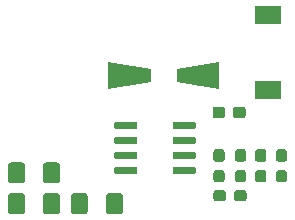
<source format=gtp>
%TF.GenerationSoftware,KiCad,Pcbnew,(5.1.0-1220-ga833aeeac)*%
%TF.CreationDate,2019-07-10T21:21:40+03:00*%
%TF.ProjectId,proto_II_buck_kicad,70726f74-6f5f-4494-995f-6275636b5f6b,rev?*%
%TF.SameCoordinates,Original*%
%TF.FileFunction,Paste,Top*%
%TF.FilePolarity,Positive*%
%FSLAX46Y46*%
G04 Gerber Fmt 4.6, Leading zero omitted, Abs format (unit mm)*
G04 Created by KiCad (PCBNEW (5.1.0-1220-ga833aeeac)) date 2019-07-10 21:21:40*
%MOMM*%
%LPD*%
G04 APERTURE LIST*
%ADD10C,0.160000*%
%ADD11C,0.600000*%
%ADD12C,0.950000*%
%ADD13C,1.425000*%
%ADD14R,2.200000X1.600000*%
%ADD15C,1.676868*%
G04 APERTURE END LIST*
D10*
G36*
X171357403Y-120806418D02*
G01*
X171406066Y-120838934D01*
X171438582Y-120887597D01*
X171450000Y-120945000D01*
X171450000Y-121245000D01*
X171438582Y-121302403D01*
X171406066Y-121351066D01*
X171357403Y-121383582D01*
X171300000Y-121395000D01*
X169650000Y-121395000D01*
X169592597Y-121383582D01*
X169543934Y-121351066D01*
X169511418Y-121302403D01*
X169500000Y-121245000D01*
X169500000Y-120945000D01*
X169511418Y-120887597D01*
X169543934Y-120838934D01*
X169592597Y-120806418D01*
X169650000Y-120795000D01*
X171300000Y-120795000D01*
X171357403Y-120806418D01*
X171357403Y-120806418D01*
G37*
D11*
X170475000Y-121095000D03*
D10*
G36*
X171357403Y-122076418D02*
G01*
X171406066Y-122108934D01*
X171438582Y-122157597D01*
X171450000Y-122215000D01*
X171450000Y-122515000D01*
X171438582Y-122572403D01*
X171406066Y-122621066D01*
X171357403Y-122653582D01*
X171300000Y-122665000D01*
X169650000Y-122665000D01*
X169592597Y-122653582D01*
X169543934Y-122621066D01*
X169511418Y-122572403D01*
X169500000Y-122515000D01*
X169500000Y-122215000D01*
X169511418Y-122157597D01*
X169543934Y-122108934D01*
X169592597Y-122076418D01*
X169650000Y-122065000D01*
X171300000Y-122065000D01*
X171357403Y-122076418D01*
X171357403Y-122076418D01*
G37*
D11*
X170475000Y-122365000D03*
D10*
G36*
X171357403Y-123346418D02*
G01*
X171406066Y-123378934D01*
X171438582Y-123427597D01*
X171450000Y-123485000D01*
X171450000Y-123785000D01*
X171438582Y-123842403D01*
X171406066Y-123891066D01*
X171357403Y-123923582D01*
X171300000Y-123935000D01*
X169650000Y-123935000D01*
X169592597Y-123923582D01*
X169543934Y-123891066D01*
X169511418Y-123842403D01*
X169500000Y-123785000D01*
X169500000Y-123485000D01*
X169511418Y-123427597D01*
X169543934Y-123378934D01*
X169592597Y-123346418D01*
X169650000Y-123335000D01*
X171300000Y-123335000D01*
X171357403Y-123346418D01*
X171357403Y-123346418D01*
G37*
D11*
X170475000Y-123635000D03*
D10*
G36*
X171357403Y-124616418D02*
G01*
X171406066Y-124648934D01*
X171438582Y-124697597D01*
X171450000Y-124755000D01*
X171450000Y-125055000D01*
X171438582Y-125112403D01*
X171406066Y-125161066D01*
X171357403Y-125193582D01*
X171300000Y-125205000D01*
X169650000Y-125205000D01*
X169592597Y-125193582D01*
X169543934Y-125161066D01*
X169511418Y-125112403D01*
X169500000Y-125055000D01*
X169500000Y-124755000D01*
X169511418Y-124697597D01*
X169543934Y-124648934D01*
X169592597Y-124616418D01*
X169650000Y-124605000D01*
X171300000Y-124605000D01*
X171357403Y-124616418D01*
X171357403Y-124616418D01*
G37*
D11*
X170475000Y-124905000D03*
D10*
G36*
X166407403Y-124616418D02*
G01*
X166456066Y-124648934D01*
X166488582Y-124697597D01*
X166500000Y-124755000D01*
X166500000Y-125055000D01*
X166488582Y-125112403D01*
X166456066Y-125161066D01*
X166407403Y-125193582D01*
X166350000Y-125205000D01*
X164700000Y-125205000D01*
X164642597Y-125193582D01*
X164593934Y-125161066D01*
X164561418Y-125112403D01*
X164550000Y-125055000D01*
X164550000Y-124755000D01*
X164561418Y-124697597D01*
X164593934Y-124648934D01*
X164642597Y-124616418D01*
X164700000Y-124605000D01*
X166350000Y-124605000D01*
X166407403Y-124616418D01*
X166407403Y-124616418D01*
G37*
D11*
X165525000Y-124905000D03*
D10*
G36*
X166407403Y-123346418D02*
G01*
X166456066Y-123378934D01*
X166488582Y-123427597D01*
X166500000Y-123485000D01*
X166500000Y-123785000D01*
X166488582Y-123842403D01*
X166456066Y-123891066D01*
X166407403Y-123923582D01*
X166350000Y-123935000D01*
X164700000Y-123935000D01*
X164642597Y-123923582D01*
X164593934Y-123891066D01*
X164561418Y-123842403D01*
X164550000Y-123785000D01*
X164550000Y-123485000D01*
X164561418Y-123427597D01*
X164593934Y-123378934D01*
X164642597Y-123346418D01*
X164700000Y-123335000D01*
X166350000Y-123335000D01*
X166407403Y-123346418D01*
X166407403Y-123346418D01*
G37*
D11*
X165525000Y-123635000D03*
D10*
G36*
X166407403Y-122076418D02*
G01*
X166456066Y-122108934D01*
X166488582Y-122157597D01*
X166500000Y-122215000D01*
X166500000Y-122515000D01*
X166488582Y-122572403D01*
X166456066Y-122621066D01*
X166407403Y-122653582D01*
X166350000Y-122665000D01*
X164700000Y-122665000D01*
X164642597Y-122653582D01*
X164593934Y-122621066D01*
X164561418Y-122572403D01*
X164550000Y-122515000D01*
X164550000Y-122215000D01*
X164561418Y-122157597D01*
X164593934Y-122108934D01*
X164642597Y-122076418D01*
X164700000Y-122065000D01*
X166350000Y-122065000D01*
X166407403Y-122076418D01*
X166407403Y-122076418D01*
G37*
D11*
X165525000Y-122365000D03*
D10*
G36*
X166407403Y-120806418D02*
G01*
X166456066Y-120838934D01*
X166488582Y-120887597D01*
X166500000Y-120945000D01*
X166500000Y-121245000D01*
X166488582Y-121302403D01*
X166456066Y-121351066D01*
X166407403Y-121383582D01*
X166350000Y-121395000D01*
X164700000Y-121395000D01*
X164642597Y-121383582D01*
X164593934Y-121351066D01*
X164561418Y-121302403D01*
X164550000Y-121245000D01*
X164550000Y-120945000D01*
X164561418Y-120887597D01*
X164593934Y-120838934D01*
X164642597Y-120806418D01*
X164700000Y-120795000D01*
X166350000Y-120795000D01*
X166407403Y-120806418D01*
X166407403Y-120806418D01*
G37*
D11*
X165525000Y-121095000D03*
D10*
G36*
X175578387Y-123143079D02*
G01*
X175655438Y-123194562D01*
X175706921Y-123271613D01*
X175725000Y-123362500D01*
X175725000Y-123937500D01*
X175706921Y-124028387D01*
X175655438Y-124105438D01*
X175578387Y-124156921D01*
X175487500Y-124175000D01*
X175012500Y-124175000D01*
X174921613Y-124156921D01*
X174844562Y-124105438D01*
X174793079Y-124028387D01*
X174775000Y-123937500D01*
X174775000Y-123362500D01*
X174793079Y-123271613D01*
X174844562Y-123194562D01*
X174921613Y-123143079D01*
X175012500Y-123125000D01*
X175487500Y-123125000D01*
X175578387Y-123143079D01*
X175578387Y-123143079D01*
G37*
D12*
X175250000Y-123650000D03*
D10*
G36*
X175578387Y-124893079D02*
G01*
X175655438Y-124944562D01*
X175706921Y-125021613D01*
X175725000Y-125112500D01*
X175725000Y-125687500D01*
X175706921Y-125778387D01*
X175655438Y-125855438D01*
X175578387Y-125906921D01*
X175487500Y-125925000D01*
X175012500Y-125925000D01*
X174921613Y-125906921D01*
X174844562Y-125855438D01*
X174793079Y-125778387D01*
X174775000Y-125687500D01*
X174775000Y-125112500D01*
X174793079Y-125021613D01*
X174844562Y-124944562D01*
X174921613Y-124893079D01*
X175012500Y-124875000D01*
X175487500Y-124875000D01*
X175578387Y-124893079D01*
X175578387Y-124893079D01*
G37*
D12*
X175250000Y-125400000D03*
D10*
G36*
X156820671Y-126869030D02*
G01*
X156901777Y-126923223D01*
X156955970Y-127004329D01*
X156975000Y-127100000D01*
X156975000Y-128350000D01*
X156955970Y-128445671D01*
X156901777Y-128526777D01*
X156820671Y-128580970D01*
X156725000Y-128600000D01*
X155800000Y-128600000D01*
X155704329Y-128580970D01*
X155623223Y-128526777D01*
X155569030Y-128445671D01*
X155550000Y-128350000D01*
X155550000Y-127100000D01*
X155569030Y-127004329D01*
X155623223Y-126923223D01*
X155704329Y-126869030D01*
X155800000Y-126850000D01*
X156725000Y-126850000D01*
X156820671Y-126869030D01*
X156820671Y-126869030D01*
G37*
D13*
X156262500Y-127725000D03*
D10*
G36*
X159795671Y-126869030D02*
G01*
X159876777Y-126923223D01*
X159930970Y-127004329D01*
X159950000Y-127100000D01*
X159950000Y-128350000D01*
X159930970Y-128445671D01*
X159876777Y-128526777D01*
X159795671Y-128580970D01*
X159700000Y-128600000D01*
X158775000Y-128600000D01*
X158679329Y-128580970D01*
X158598223Y-128526777D01*
X158544030Y-128445671D01*
X158525000Y-128350000D01*
X158525000Y-127100000D01*
X158544030Y-127004329D01*
X158598223Y-126923223D01*
X158679329Y-126869030D01*
X158775000Y-126850000D01*
X159700000Y-126850000D01*
X159795671Y-126869030D01*
X159795671Y-126869030D01*
G37*
D13*
X159237500Y-127725000D03*
D10*
G36*
X177278387Y-123143079D02*
G01*
X177355438Y-123194562D01*
X177406921Y-123271613D01*
X177425000Y-123362500D01*
X177425000Y-123937500D01*
X177406921Y-124028387D01*
X177355438Y-124105438D01*
X177278387Y-124156921D01*
X177187500Y-124175000D01*
X176712500Y-124175000D01*
X176621613Y-124156921D01*
X176544562Y-124105438D01*
X176493079Y-124028387D01*
X176475000Y-123937500D01*
X176475000Y-123362500D01*
X176493079Y-123271613D01*
X176544562Y-123194562D01*
X176621613Y-123143079D01*
X176712500Y-123125000D01*
X177187500Y-123125000D01*
X177278387Y-123143079D01*
X177278387Y-123143079D01*
G37*
D12*
X176950000Y-123650000D03*
D10*
G36*
X177278387Y-124893079D02*
G01*
X177355438Y-124944562D01*
X177406921Y-125021613D01*
X177425000Y-125112500D01*
X177425000Y-125687500D01*
X177406921Y-125778387D01*
X177355438Y-125855438D01*
X177278387Y-125906921D01*
X177187500Y-125925000D01*
X176712500Y-125925000D01*
X176621613Y-125906921D01*
X176544562Y-125855438D01*
X176493079Y-125778387D01*
X176475000Y-125687500D01*
X176475000Y-125112500D01*
X176493079Y-125021613D01*
X176544562Y-124944562D01*
X176621613Y-124893079D01*
X176712500Y-124875000D01*
X177187500Y-124875000D01*
X177278387Y-124893079D01*
X177278387Y-124893079D01*
G37*
D12*
X176950000Y-125400000D03*
D10*
G36*
X159795671Y-124269030D02*
G01*
X159876777Y-124323223D01*
X159930970Y-124404329D01*
X159950000Y-124500000D01*
X159950000Y-125750000D01*
X159930970Y-125845671D01*
X159876777Y-125926777D01*
X159795671Y-125980970D01*
X159700000Y-126000000D01*
X158775000Y-126000000D01*
X158679329Y-125980970D01*
X158598223Y-125926777D01*
X158544030Y-125845671D01*
X158525000Y-125750000D01*
X158525000Y-124500000D01*
X158544030Y-124404329D01*
X158598223Y-124323223D01*
X158679329Y-124269030D01*
X158775000Y-124250000D01*
X159700000Y-124250000D01*
X159795671Y-124269030D01*
X159795671Y-124269030D01*
G37*
D13*
X159237500Y-125125000D03*
D10*
G36*
X156820671Y-124269030D02*
G01*
X156901777Y-124323223D01*
X156955970Y-124404329D01*
X156975000Y-124500000D01*
X156975000Y-125750000D01*
X156955970Y-125845671D01*
X156901777Y-125926777D01*
X156820671Y-125980970D01*
X156725000Y-126000000D01*
X155800000Y-126000000D01*
X155704329Y-125980970D01*
X155623223Y-125926777D01*
X155569030Y-125845671D01*
X155550000Y-125750000D01*
X155550000Y-124500000D01*
X155569030Y-124404329D01*
X155623223Y-124323223D01*
X155704329Y-124269030D01*
X155800000Y-124250000D01*
X156725000Y-124250000D01*
X156820671Y-124269030D01*
X156820671Y-124269030D01*
G37*
D13*
X156262500Y-125125000D03*
D10*
G36*
X179028387Y-124893079D02*
G01*
X179105438Y-124944562D01*
X179156921Y-125021613D01*
X179175000Y-125112500D01*
X179175000Y-125687500D01*
X179156921Y-125778387D01*
X179105438Y-125855438D01*
X179028387Y-125906921D01*
X178937500Y-125925000D01*
X178462500Y-125925000D01*
X178371613Y-125906921D01*
X178294562Y-125855438D01*
X178243079Y-125778387D01*
X178225000Y-125687500D01*
X178225000Y-125112500D01*
X178243079Y-125021613D01*
X178294562Y-124944562D01*
X178371613Y-124893079D01*
X178462500Y-124875000D01*
X178937500Y-124875000D01*
X179028387Y-124893079D01*
X179028387Y-124893079D01*
G37*
D12*
X178700000Y-125400000D03*
D10*
G36*
X179028387Y-123143079D02*
G01*
X179105438Y-123194562D01*
X179156921Y-123271613D01*
X179175000Y-123362500D01*
X179175000Y-123937500D01*
X179156921Y-124028387D01*
X179105438Y-124105438D01*
X179028387Y-124156921D01*
X178937500Y-124175000D01*
X178462500Y-124175000D01*
X178371613Y-124156921D01*
X178294562Y-124105438D01*
X178243079Y-124028387D01*
X178225000Y-123937500D01*
X178225000Y-123362500D01*
X178243079Y-123271613D01*
X178294562Y-123194562D01*
X178371613Y-123143079D01*
X178462500Y-123125000D01*
X178937500Y-123125000D01*
X179028387Y-123143079D01*
X179028387Y-123143079D01*
G37*
D12*
X178700000Y-123650000D03*
D14*
X177550000Y-118150000D03*
X177550000Y-111750000D03*
D15*
X165825000Y-116900000D03*
D10*
G36*
X164025000Y-118050000D02*
G01*
X164025000Y-115750000D01*
X167625000Y-116350000D01*
X167625000Y-117450000D01*
X164025000Y-118050000D01*
X164025000Y-118050000D01*
G37*
D15*
X171625000Y-116900000D03*
D10*
G36*
X173425000Y-115750000D02*
G01*
X173425000Y-118050000D01*
X169825000Y-117450000D01*
X169825000Y-116350000D01*
X173425000Y-115750000D01*
X173425000Y-115750000D01*
G37*
G36*
X173753387Y-123143079D02*
G01*
X173830438Y-123194562D01*
X173881921Y-123271613D01*
X173900000Y-123362500D01*
X173900000Y-123937500D01*
X173881921Y-124028387D01*
X173830438Y-124105438D01*
X173753387Y-124156921D01*
X173662500Y-124175000D01*
X173187500Y-124175000D01*
X173096613Y-124156921D01*
X173019562Y-124105438D01*
X172968079Y-124028387D01*
X172950000Y-123937500D01*
X172950000Y-123362500D01*
X172968079Y-123271613D01*
X173019562Y-123194562D01*
X173096613Y-123143079D01*
X173187500Y-123125000D01*
X173662500Y-123125000D01*
X173753387Y-123143079D01*
X173753387Y-123143079D01*
G37*
D12*
X173425000Y-123650000D03*
D10*
G36*
X173753387Y-124893079D02*
G01*
X173830438Y-124944562D01*
X173881921Y-125021613D01*
X173900000Y-125112500D01*
X173900000Y-125687500D01*
X173881921Y-125778387D01*
X173830438Y-125855438D01*
X173753387Y-125906921D01*
X173662500Y-125925000D01*
X173187500Y-125925000D01*
X173096613Y-125906921D01*
X173019562Y-125855438D01*
X172968079Y-125778387D01*
X172950000Y-125687500D01*
X172950000Y-125112500D01*
X172968079Y-125021613D01*
X173019562Y-124944562D01*
X173096613Y-124893079D01*
X173187500Y-124875000D01*
X173662500Y-124875000D01*
X173753387Y-124893079D01*
X173753387Y-124893079D01*
G37*
D12*
X173425000Y-125400000D03*
D10*
G36*
X162145671Y-126869030D02*
G01*
X162226777Y-126923223D01*
X162280970Y-127004329D01*
X162300000Y-127100000D01*
X162300000Y-128350000D01*
X162280970Y-128445671D01*
X162226777Y-128526777D01*
X162145671Y-128580970D01*
X162050000Y-128600000D01*
X161125000Y-128600000D01*
X161029329Y-128580970D01*
X160948223Y-128526777D01*
X160894030Y-128445671D01*
X160875000Y-128350000D01*
X160875000Y-127100000D01*
X160894030Y-127004329D01*
X160948223Y-126923223D01*
X161029329Y-126869030D01*
X161125000Y-126850000D01*
X162050000Y-126850000D01*
X162145671Y-126869030D01*
X162145671Y-126869030D01*
G37*
D13*
X161587500Y-127725000D03*
D10*
G36*
X165120671Y-126869030D02*
G01*
X165201777Y-126923223D01*
X165255970Y-127004329D01*
X165275000Y-127100000D01*
X165275000Y-128350000D01*
X165255970Y-128445671D01*
X165201777Y-128526777D01*
X165120671Y-128580970D01*
X165025000Y-128600000D01*
X164100000Y-128600000D01*
X164004329Y-128580970D01*
X163923223Y-128526777D01*
X163869030Y-128445671D01*
X163850000Y-128350000D01*
X163850000Y-127100000D01*
X163869030Y-127004329D01*
X163923223Y-126923223D01*
X164004329Y-126869030D01*
X164100000Y-126850000D01*
X165025000Y-126850000D01*
X165120671Y-126869030D01*
X165120671Y-126869030D01*
G37*
D13*
X164562500Y-127725000D03*
D10*
G36*
X175603387Y-126593079D02*
G01*
X175680438Y-126644562D01*
X175731921Y-126721613D01*
X175750000Y-126812500D01*
X175750000Y-127287500D01*
X175731921Y-127378387D01*
X175680438Y-127455438D01*
X175603387Y-127506921D01*
X175512500Y-127525000D01*
X174937500Y-127525000D01*
X174846613Y-127506921D01*
X174769562Y-127455438D01*
X174718079Y-127378387D01*
X174700000Y-127287500D01*
X174700000Y-126812500D01*
X174718079Y-126721613D01*
X174769562Y-126644562D01*
X174846613Y-126593079D01*
X174937500Y-126575000D01*
X175512500Y-126575000D01*
X175603387Y-126593079D01*
X175603387Y-126593079D01*
G37*
D12*
X175225000Y-127050000D03*
D10*
G36*
X173853387Y-126593079D02*
G01*
X173930438Y-126644562D01*
X173981921Y-126721613D01*
X174000000Y-126812500D01*
X174000000Y-127287500D01*
X173981921Y-127378387D01*
X173930438Y-127455438D01*
X173853387Y-127506921D01*
X173762500Y-127525000D01*
X173187500Y-127525000D01*
X173096613Y-127506921D01*
X173019562Y-127455438D01*
X172968079Y-127378387D01*
X172950000Y-127287500D01*
X172950000Y-126812500D01*
X172968079Y-126721613D01*
X173019562Y-126644562D01*
X173096613Y-126593079D01*
X173187500Y-126575000D01*
X173762500Y-126575000D01*
X173853387Y-126593079D01*
X173853387Y-126593079D01*
G37*
D12*
X173475000Y-127050000D03*
D10*
G36*
X173778387Y-119543079D02*
G01*
X173855438Y-119594562D01*
X173906921Y-119671613D01*
X173925000Y-119762500D01*
X173925000Y-120237500D01*
X173906921Y-120328387D01*
X173855438Y-120405438D01*
X173778387Y-120456921D01*
X173687500Y-120475000D01*
X173112500Y-120475000D01*
X173021613Y-120456921D01*
X172944562Y-120405438D01*
X172893079Y-120328387D01*
X172875000Y-120237500D01*
X172875000Y-119762500D01*
X172893079Y-119671613D01*
X172944562Y-119594562D01*
X173021613Y-119543079D01*
X173112500Y-119525000D01*
X173687500Y-119525000D01*
X173778387Y-119543079D01*
X173778387Y-119543079D01*
G37*
D12*
X173400000Y-120000000D03*
D10*
G36*
X175528387Y-119543079D02*
G01*
X175605438Y-119594562D01*
X175656921Y-119671613D01*
X175675000Y-119762500D01*
X175675000Y-120237500D01*
X175656921Y-120328387D01*
X175605438Y-120405438D01*
X175528387Y-120456921D01*
X175437500Y-120475000D01*
X174862500Y-120475000D01*
X174771613Y-120456921D01*
X174694562Y-120405438D01*
X174643079Y-120328387D01*
X174625000Y-120237500D01*
X174625000Y-119762500D01*
X174643079Y-119671613D01*
X174694562Y-119594562D01*
X174771613Y-119543079D01*
X174862500Y-119525000D01*
X175437500Y-119525000D01*
X175528387Y-119543079D01*
X175528387Y-119543079D01*
G37*
D12*
X175150000Y-120000000D03*
M02*

</source>
